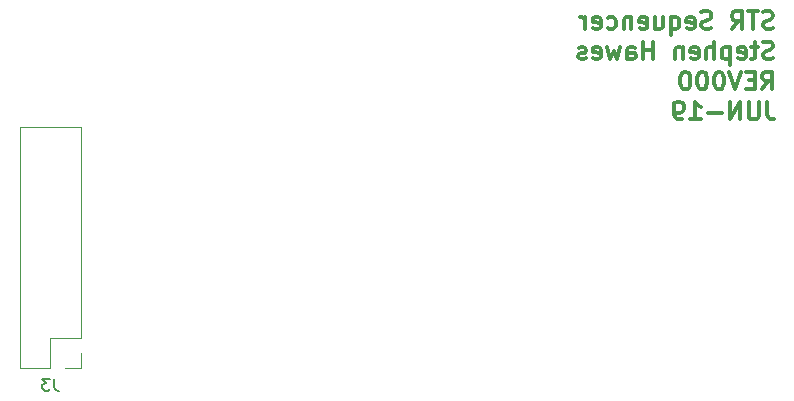
<source format=gbr>
G04 #@! TF.GenerationSoftware,KiCad,Pcbnew,(5.0.2-5-10.14)*
G04 #@! TF.CreationDate,2019-06-16T13:43:50-04:00*
G04 #@! TF.ProjectId,sequencer,73657175-656e-4636-9572-2e6b69636164,rev?*
G04 #@! TF.SameCoordinates,Original*
G04 #@! TF.FileFunction,Legend,Bot*
G04 #@! TF.FilePolarity,Positive*
%FSLAX46Y46*%
G04 Gerber Fmt 4.6, Leading zero omitted, Abs format (unit mm)*
G04 Created by KiCad (PCBNEW (5.0.2-5-10.14)) date Sunday, June 16, 2019 at 01:43:50 PM*
%MOMM*%
%LPD*%
G01*
G04 APERTURE LIST*
%ADD10C,0.300000*%
%ADD11C,0.120000*%
%ADD12C,0.150000*%
G04 APERTURE END LIST*
D10*
X127611485Y-122740742D02*
X127397200Y-122812171D01*
X127040057Y-122812171D01*
X126897200Y-122740742D01*
X126825771Y-122669314D01*
X126754342Y-122526457D01*
X126754342Y-122383600D01*
X126825771Y-122240742D01*
X126897200Y-122169314D01*
X127040057Y-122097885D01*
X127325771Y-122026457D01*
X127468628Y-121955028D01*
X127540057Y-121883600D01*
X127611485Y-121740742D01*
X127611485Y-121597885D01*
X127540057Y-121455028D01*
X127468628Y-121383600D01*
X127325771Y-121312171D01*
X126968628Y-121312171D01*
X126754342Y-121383600D01*
X126325771Y-121312171D02*
X125468628Y-121312171D01*
X125897200Y-122812171D02*
X125897200Y-121312171D01*
X124111485Y-122812171D02*
X124611485Y-122097885D01*
X124968628Y-122812171D02*
X124968628Y-121312171D01*
X124397200Y-121312171D01*
X124254342Y-121383600D01*
X124182914Y-121455028D01*
X124111485Y-121597885D01*
X124111485Y-121812171D01*
X124182914Y-121955028D01*
X124254342Y-122026457D01*
X124397200Y-122097885D01*
X124968628Y-122097885D01*
X122397200Y-122740742D02*
X122182914Y-122812171D01*
X121825771Y-122812171D01*
X121682914Y-122740742D01*
X121611485Y-122669314D01*
X121540057Y-122526457D01*
X121540057Y-122383600D01*
X121611485Y-122240742D01*
X121682914Y-122169314D01*
X121825771Y-122097885D01*
X122111485Y-122026457D01*
X122254342Y-121955028D01*
X122325771Y-121883600D01*
X122397200Y-121740742D01*
X122397200Y-121597885D01*
X122325771Y-121455028D01*
X122254342Y-121383600D01*
X122111485Y-121312171D01*
X121754342Y-121312171D01*
X121540057Y-121383600D01*
X120325771Y-122740742D02*
X120468628Y-122812171D01*
X120754342Y-122812171D01*
X120897200Y-122740742D01*
X120968628Y-122597885D01*
X120968628Y-122026457D01*
X120897200Y-121883600D01*
X120754342Y-121812171D01*
X120468628Y-121812171D01*
X120325771Y-121883600D01*
X120254342Y-122026457D01*
X120254342Y-122169314D01*
X120968628Y-122312171D01*
X118968628Y-121812171D02*
X118968628Y-123312171D01*
X118968628Y-122740742D02*
X119111485Y-122812171D01*
X119397200Y-122812171D01*
X119540057Y-122740742D01*
X119611485Y-122669314D01*
X119682914Y-122526457D01*
X119682914Y-122097885D01*
X119611485Y-121955028D01*
X119540057Y-121883600D01*
X119397200Y-121812171D01*
X119111485Y-121812171D01*
X118968628Y-121883600D01*
X117611485Y-121812171D02*
X117611485Y-122812171D01*
X118254342Y-121812171D02*
X118254342Y-122597885D01*
X118182914Y-122740742D01*
X118040057Y-122812171D01*
X117825771Y-122812171D01*
X117682914Y-122740742D01*
X117611485Y-122669314D01*
X116325771Y-122740742D02*
X116468628Y-122812171D01*
X116754342Y-122812171D01*
X116897200Y-122740742D01*
X116968628Y-122597885D01*
X116968628Y-122026457D01*
X116897200Y-121883600D01*
X116754342Y-121812171D01*
X116468628Y-121812171D01*
X116325771Y-121883600D01*
X116254342Y-122026457D01*
X116254342Y-122169314D01*
X116968628Y-122312171D01*
X115611485Y-121812171D02*
X115611485Y-122812171D01*
X115611485Y-121955028D02*
X115540057Y-121883600D01*
X115397200Y-121812171D01*
X115182914Y-121812171D01*
X115040057Y-121883600D01*
X114968628Y-122026457D01*
X114968628Y-122812171D01*
X113611485Y-122740742D02*
X113754342Y-122812171D01*
X114040057Y-122812171D01*
X114182914Y-122740742D01*
X114254342Y-122669314D01*
X114325771Y-122526457D01*
X114325771Y-122097885D01*
X114254342Y-121955028D01*
X114182914Y-121883600D01*
X114040057Y-121812171D01*
X113754342Y-121812171D01*
X113611485Y-121883600D01*
X112397200Y-122740742D02*
X112540057Y-122812171D01*
X112825771Y-122812171D01*
X112968628Y-122740742D01*
X113040057Y-122597885D01*
X113040057Y-122026457D01*
X112968628Y-121883600D01*
X112825771Y-121812171D01*
X112540057Y-121812171D01*
X112397200Y-121883600D01*
X112325771Y-122026457D01*
X112325771Y-122169314D01*
X113040057Y-122312171D01*
X111682914Y-122812171D02*
X111682914Y-121812171D01*
X111682914Y-122097885D02*
X111611485Y-121955028D01*
X111540057Y-121883600D01*
X111397200Y-121812171D01*
X111254342Y-121812171D01*
X127611485Y-125290742D02*
X127397200Y-125362171D01*
X127040057Y-125362171D01*
X126897200Y-125290742D01*
X126825771Y-125219314D01*
X126754342Y-125076457D01*
X126754342Y-124933600D01*
X126825771Y-124790742D01*
X126897200Y-124719314D01*
X127040057Y-124647885D01*
X127325771Y-124576457D01*
X127468628Y-124505028D01*
X127540057Y-124433600D01*
X127611485Y-124290742D01*
X127611485Y-124147885D01*
X127540057Y-124005028D01*
X127468628Y-123933600D01*
X127325771Y-123862171D01*
X126968628Y-123862171D01*
X126754342Y-123933600D01*
X126325771Y-124362171D02*
X125754342Y-124362171D01*
X126111485Y-123862171D02*
X126111485Y-125147885D01*
X126040057Y-125290742D01*
X125897200Y-125362171D01*
X125754342Y-125362171D01*
X124682914Y-125290742D02*
X124825771Y-125362171D01*
X125111485Y-125362171D01*
X125254342Y-125290742D01*
X125325771Y-125147885D01*
X125325771Y-124576457D01*
X125254342Y-124433600D01*
X125111485Y-124362171D01*
X124825771Y-124362171D01*
X124682914Y-124433600D01*
X124611485Y-124576457D01*
X124611485Y-124719314D01*
X125325771Y-124862171D01*
X123968628Y-124362171D02*
X123968628Y-125862171D01*
X123968628Y-124433600D02*
X123825771Y-124362171D01*
X123540057Y-124362171D01*
X123397200Y-124433600D01*
X123325771Y-124505028D01*
X123254342Y-124647885D01*
X123254342Y-125076457D01*
X123325771Y-125219314D01*
X123397200Y-125290742D01*
X123540057Y-125362171D01*
X123825771Y-125362171D01*
X123968628Y-125290742D01*
X122611485Y-125362171D02*
X122611485Y-123862171D01*
X121968628Y-125362171D02*
X121968628Y-124576457D01*
X122040057Y-124433600D01*
X122182914Y-124362171D01*
X122397200Y-124362171D01*
X122540057Y-124433600D01*
X122611485Y-124505028D01*
X120682914Y-125290742D02*
X120825771Y-125362171D01*
X121111485Y-125362171D01*
X121254342Y-125290742D01*
X121325771Y-125147885D01*
X121325771Y-124576457D01*
X121254342Y-124433600D01*
X121111485Y-124362171D01*
X120825771Y-124362171D01*
X120682914Y-124433600D01*
X120611485Y-124576457D01*
X120611485Y-124719314D01*
X121325771Y-124862171D01*
X119968628Y-124362171D02*
X119968628Y-125362171D01*
X119968628Y-124505028D02*
X119897200Y-124433600D01*
X119754342Y-124362171D01*
X119540057Y-124362171D01*
X119397200Y-124433600D01*
X119325771Y-124576457D01*
X119325771Y-125362171D01*
X117468628Y-125362171D02*
X117468628Y-123862171D01*
X117468628Y-124576457D02*
X116611485Y-124576457D01*
X116611485Y-125362171D02*
X116611485Y-123862171D01*
X115254342Y-125362171D02*
X115254342Y-124576457D01*
X115325771Y-124433600D01*
X115468628Y-124362171D01*
X115754342Y-124362171D01*
X115897200Y-124433600D01*
X115254342Y-125290742D02*
X115397200Y-125362171D01*
X115754342Y-125362171D01*
X115897200Y-125290742D01*
X115968628Y-125147885D01*
X115968628Y-125005028D01*
X115897200Y-124862171D01*
X115754342Y-124790742D01*
X115397200Y-124790742D01*
X115254342Y-124719314D01*
X114682914Y-124362171D02*
X114397200Y-125362171D01*
X114111485Y-124647885D01*
X113825771Y-125362171D01*
X113540057Y-124362171D01*
X112397200Y-125290742D02*
X112540057Y-125362171D01*
X112825771Y-125362171D01*
X112968628Y-125290742D01*
X113040057Y-125147885D01*
X113040057Y-124576457D01*
X112968628Y-124433600D01*
X112825771Y-124362171D01*
X112540057Y-124362171D01*
X112397200Y-124433600D01*
X112325771Y-124576457D01*
X112325771Y-124719314D01*
X113040057Y-124862171D01*
X111754342Y-125290742D02*
X111611485Y-125362171D01*
X111325771Y-125362171D01*
X111182914Y-125290742D01*
X111111485Y-125147885D01*
X111111485Y-125076457D01*
X111182914Y-124933600D01*
X111325771Y-124862171D01*
X111540057Y-124862171D01*
X111682914Y-124790742D01*
X111754342Y-124647885D01*
X111754342Y-124576457D01*
X111682914Y-124433600D01*
X111540057Y-124362171D01*
X111325771Y-124362171D01*
X111182914Y-124433600D01*
X126682914Y-127912171D02*
X127182914Y-127197885D01*
X127540057Y-127912171D02*
X127540057Y-126412171D01*
X126968628Y-126412171D01*
X126825771Y-126483600D01*
X126754342Y-126555028D01*
X126682914Y-126697885D01*
X126682914Y-126912171D01*
X126754342Y-127055028D01*
X126825771Y-127126457D01*
X126968628Y-127197885D01*
X127540057Y-127197885D01*
X126040057Y-127126457D02*
X125540057Y-127126457D01*
X125325771Y-127912171D02*
X126040057Y-127912171D01*
X126040057Y-126412171D01*
X125325771Y-126412171D01*
X124897200Y-126412171D02*
X124397200Y-127912171D01*
X123897200Y-126412171D01*
X123111485Y-126412171D02*
X122968628Y-126412171D01*
X122825771Y-126483600D01*
X122754342Y-126555028D01*
X122682914Y-126697885D01*
X122611485Y-126983600D01*
X122611485Y-127340742D01*
X122682914Y-127626457D01*
X122754342Y-127769314D01*
X122825771Y-127840742D01*
X122968628Y-127912171D01*
X123111485Y-127912171D01*
X123254342Y-127840742D01*
X123325771Y-127769314D01*
X123397200Y-127626457D01*
X123468628Y-127340742D01*
X123468628Y-126983600D01*
X123397200Y-126697885D01*
X123325771Y-126555028D01*
X123254342Y-126483600D01*
X123111485Y-126412171D01*
X121682914Y-126412171D02*
X121540057Y-126412171D01*
X121397200Y-126483600D01*
X121325771Y-126555028D01*
X121254342Y-126697885D01*
X121182914Y-126983600D01*
X121182914Y-127340742D01*
X121254342Y-127626457D01*
X121325771Y-127769314D01*
X121397200Y-127840742D01*
X121540057Y-127912171D01*
X121682914Y-127912171D01*
X121825771Y-127840742D01*
X121897200Y-127769314D01*
X121968628Y-127626457D01*
X122040057Y-127340742D01*
X122040057Y-126983600D01*
X121968628Y-126697885D01*
X121897200Y-126555028D01*
X121825771Y-126483600D01*
X121682914Y-126412171D01*
X120254342Y-126412171D02*
X120111485Y-126412171D01*
X119968628Y-126483600D01*
X119897200Y-126555028D01*
X119825771Y-126697885D01*
X119754342Y-126983600D01*
X119754342Y-127340742D01*
X119825771Y-127626457D01*
X119897200Y-127769314D01*
X119968628Y-127840742D01*
X120111485Y-127912171D01*
X120254342Y-127912171D01*
X120397200Y-127840742D01*
X120468628Y-127769314D01*
X120540057Y-127626457D01*
X120611485Y-127340742D01*
X120611485Y-126983600D01*
X120540057Y-126697885D01*
X120468628Y-126555028D01*
X120397200Y-126483600D01*
X120254342Y-126412171D01*
X127111485Y-128962171D02*
X127111485Y-130033600D01*
X127182914Y-130247885D01*
X127325771Y-130390742D01*
X127540057Y-130462171D01*
X127682914Y-130462171D01*
X126397200Y-128962171D02*
X126397200Y-130176457D01*
X126325771Y-130319314D01*
X126254342Y-130390742D01*
X126111485Y-130462171D01*
X125825771Y-130462171D01*
X125682914Y-130390742D01*
X125611485Y-130319314D01*
X125540057Y-130176457D01*
X125540057Y-128962171D01*
X124825771Y-130462171D02*
X124825771Y-128962171D01*
X123968628Y-130462171D01*
X123968628Y-128962171D01*
X123254342Y-129890742D02*
X122111485Y-129890742D01*
X120611485Y-130462171D02*
X121468628Y-130462171D01*
X121040057Y-130462171D02*
X121040057Y-128962171D01*
X121182914Y-129176457D01*
X121325771Y-129319314D01*
X121468628Y-129390742D01*
X119897200Y-130462171D02*
X119611485Y-130462171D01*
X119468628Y-130390742D01*
X119397200Y-130319314D01*
X119254342Y-130105028D01*
X119182914Y-129819314D01*
X119182914Y-129247885D01*
X119254342Y-129105028D01*
X119325771Y-129033600D01*
X119468628Y-128962171D01*
X119754342Y-128962171D01*
X119897200Y-129033600D01*
X119968628Y-129105028D01*
X120040057Y-129247885D01*
X120040057Y-129605028D01*
X119968628Y-129747885D01*
X119897200Y-129819314D01*
X119754342Y-129890742D01*
X119468628Y-129890742D01*
X119325771Y-129819314D01*
X119254342Y-129747885D01*
X119182914Y-129605028D01*
D11*
G04 #@! TO.C,J3*
X63821000Y-151520200D02*
X66421000Y-151520200D01*
X63821000Y-151520200D02*
X63821000Y-131080200D01*
X63821000Y-131080200D02*
X69021000Y-131080200D01*
X69021000Y-148920200D02*
X69021000Y-131080200D01*
X66421000Y-148920200D02*
X69021000Y-148920200D01*
X66421000Y-151520200D02*
X66421000Y-148920200D01*
X69021000Y-151520200D02*
X69021000Y-150190200D01*
X67691000Y-151520200D02*
X69021000Y-151520200D01*
D12*
X66754333Y-152412580D02*
X66754333Y-153126866D01*
X66801952Y-153269723D01*
X66897190Y-153364961D01*
X67040047Y-153412580D01*
X67135285Y-153412580D01*
X66373380Y-152412580D02*
X65754333Y-152412580D01*
X66087666Y-152793533D01*
X65944809Y-152793533D01*
X65849571Y-152841152D01*
X65801952Y-152888771D01*
X65754333Y-152984009D01*
X65754333Y-153222104D01*
X65801952Y-153317342D01*
X65849571Y-153364961D01*
X65944809Y-153412580D01*
X66230523Y-153412580D01*
X66325761Y-153364961D01*
X66373380Y-153317342D01*
G04 #@! TD*
M02*

</source>
